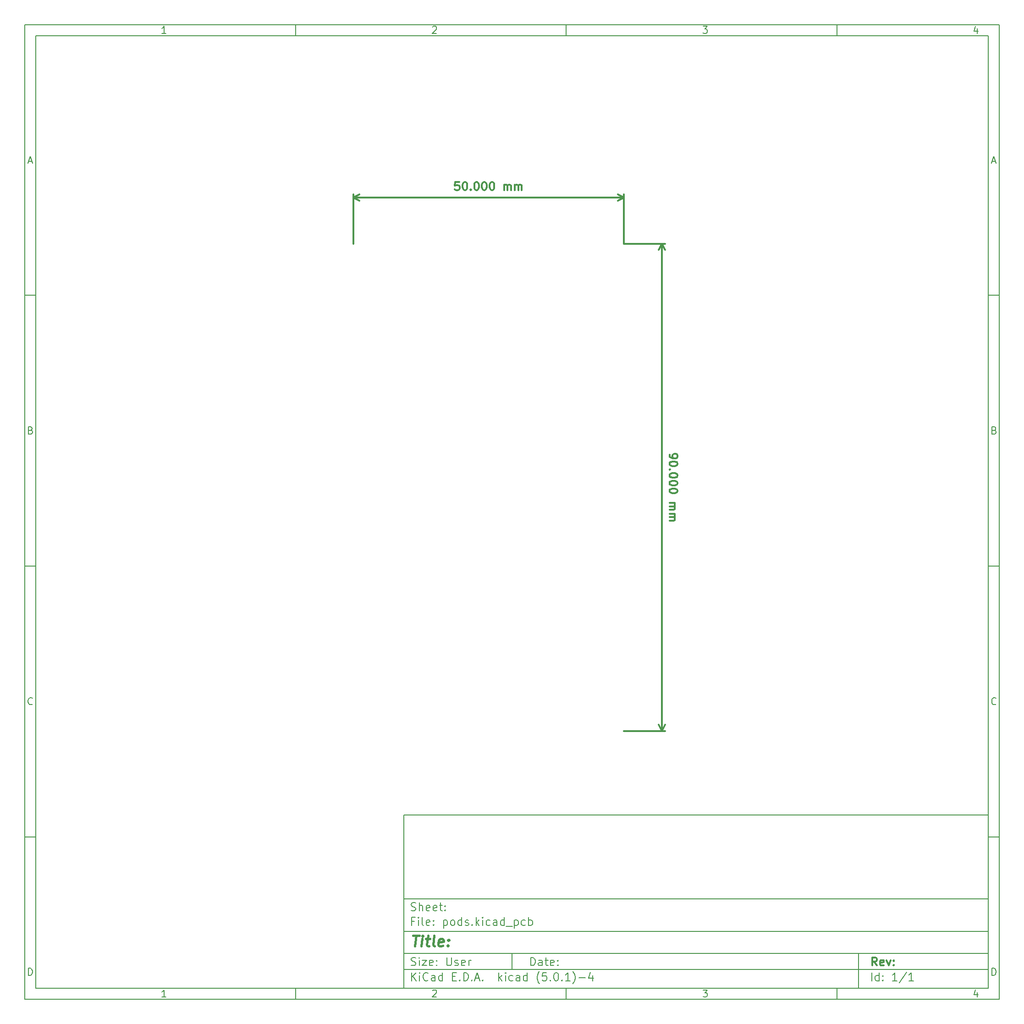
<source format=gbr>
G04 #@! TF.GenerationSoftware,KiCad,Pcbnew,(5.0.1)-4*
G04 #@! TF.CreationDate,2018-12-14T16:01:06+02:00*
G04 #@! TF.ProjectId,pods,706F64732E6B696361645F7063620000,rev?*
G04 #@! TF.SameCoordinates,Original*
G04 #@! TF.FileFunction,Other,ECO1*
%FSLAX46Y46*%
G04 Gerber Fmt 4.6, Leading zero omitted, Abs format (unit mm)*
G04 Created by KiCad (PCBNEW (5.0.1)-4) date 2018-12-14 16:01:06*
%MOMM*%
%LPD*%
G01*
G04 APERTURE LIST*
%ADD10C,0.100000*%
%ADD11C,0.150000*%
%ADD12C,0.300000*%
%ADD13C,0.400000*%
G04 APERTURE END LIST*
D10*
D11*
X79999600Y-155999600D02*
X79999600Y-187999600D01*
X187999600Y-187999600D01*
X187999600Y-155999600D01*
X79999600Y-155999600D01*
D10*
D11*
X10000000Y-10000000D02*
X10000000Y-189999600D01*
X189999600Y-189999600D01*
X189999600Y-10000000D01*
X10000000Y-10000000D01*
D10*
D11*
X12000000Y-12000000D02*
X12000000Y-187999600D01*
X187999600Y-187999600D01*
X187999600Y-12000000D01*
X12000000Y-12000000D01*
D10*
D11*
X60000000Y-12000000D02*
X60000000Y-10000000D01*
D10*
D11*
X110000000Y-12000000D02*
X110000000Y-10000000D01*
D10*
D11*
X160000000Y-12000000D02*
X160000000Y-10000000D01*
D10*
D11*
X36065476Y-11588095D02*
X35322619Y-11588095D01*
X35694047Y-11588095D02*
X35694047Y-10288095D01*
X35570238Y-10473809D01*
X35446428Y-10597619D01*
X35322619Y-10659523D01*
D10*
D11*
X85322619Y-10411904D02*
X85384523Y-10350000D01*
X85508333Y-10288095D01*
X85817857Y-10288095D01*
X85941666Y-10350000D01*
X86003571Y-10411904D01*
X86065476Y-10535714D01*
X86065476Y-10659523D01*
X86003571Y-10845238D01*
X85260714Y-11588095D01*
X86065476Y-11588095D01*
D10*
D11*
X135260714Y-10288095D02*
X136065476Y-10288095D01*
X135632142Y-10783333D01*
X135817857Y-10783333D01*
X135941666Y-10845238D01*
X136003571Y-10907142D01*
X136065476Y-11030952D01*
X136065476Y-11340476D01*
X136003571Y-11464285D01*
X135941666Y-11526190D01*
X135817857Y-11588095D01*
X135446428Y-11588095D01*
X135322619Y-11526190D01*
X135260714Y-11464285D01*
D10*
D11*
X185941666Y-10721428D02*
X185941666Y-11588095D01*
X185632142Y-10226190D02*
X185322619Y-11154761D01*
X186127380Y-11154761D01*
D10*
D11*
X60000000Y-187999600D02*
X60000000Y-189999600D01*
D10*
D11*
X110000000Y-187999600D02*
X110000000Y-189999600D01*
D10*
D11*
X160000000Y-187999600D02*
X160000000Y-189999600D01*
D10*
D11*
X36065476Y-189587695D02*
X35322619Y-189587695D01*
X35694047Y-189587695D02*
X35694047Y-188287695D01*
X35570238Y-188473409D01*
X35446428Y-188597219D01*
X35322619Y-188659123D01*
D10*
D11*
X85322619Y-188411504D02*
X85384523Y-188349600D01*
X85508333Y-188287695D01*
X85817857Y-188287695D01*
X85941666Y-188349600D01*
X86003571Y-188411504D01*
X86065476Y-188535314D01*
X86065476Y-188659123D01*
X86003571Y-188844838D01*
X85260714Y-189587695D01*
X86065476Y-189587695D01*
D10*
D11*
X135260714Y-188287695D02*
X136065476Y-188287695D01*
X135632142Y-188782933D01*
X135817857Y-188782933D01*
X135941666Y-188844838D01*
X136003571Y-188906742D01*
X136065476Y-189030552D01*
X136065476Y-189340076D01*
X136003571Y-189463885D01*
X135941666Y-189525790D01*
X135817857Y-189587695D01*
X135446428Y-189587695D01*
X135322619Y-189525790D01*
X135260714Y-189463885D01*
D10*
D11*
X185941666Y-188721028D02*
X185941666Y-189587695D01*
X185632142Y-188225790D02*
X185322619Y-189154361D01*
X186127380Y-189154361D01*
D10*
D11*
X10000000Y-60000000D02*
X12000000Y-60000000D01*
D10*
D11*
X10000000Y-110000000D02*
X12000000Y-110000000D01*
D10*
D11*
X10000000Y-160000000D02*
X12000000Y-160000000D01*
D10*
D11*
X10690476Y-35216666D02*
X11309523Y-35216666D01*
X10566666Y-35588095D02*
X11000000Y-34288095D01*
X11433333Y-35588095D01*
D10*
D11*
X11092857Y-84907142D02*
X11278571Y-84969047D01*
X11340476Y-85030952D01*
X11402380Y-85154761D01*
X11402380Y-85340476D01*
X11340476Y-85464285D01*
X11278571Y-85526190D01*
X11154761Y-85588095D01*
X10659523Y-85588095D01*
X10659523Y-84288095D01*
X11092857Y-84288095D01*
X11216666Y-84350000D01*
X11278571Y-84411904D01*
X11340476Y-84535714D01*
X11340476Y-84659523D01*
X11278571Y-84783333D01*
X11216666Y-84845238D01*
X11092857Y-84907142D01*
X10659523Y-84907142D01*
D10*
D11*
X11402380Y-135464285D02*
X11340476Y-135526190D01*
X11154761Y-135588095D01*
X11030952Y-135588095D01*
X10845238Y-135526190D01*
X10721428Y-135402380D01*
X10659523Y-135278571D01*
X10597619Y-135030952D01*
X10597619Y-134845238D01*
X10659523Y-134597619D01*
X10721428Y-134473809D01*
X10845238Y-134350000D01*
X11030952Y-134288095D01*
X11154761Y-134288095D01*
X11340476Y-134350000D01*
X11402380Y-134411904D01*
D10*
D11*
X10659523Y-185588095D02*
X10659523Y-184288095D01*
X10969047Y-184288095D01*
X11154761Y-184350000D01*
X11278571Y-184473809D01*
X11340476Y-184597619D01*
X11402380Y-184845238D01*
X11402380Y-185030952D01*
X11340476Y-185278571D01*
X11278571Y-185402380D01*
X11154761Y-185526190D01*
X10969047Y-185588095D01*
X10659523Y-185588095D01*
D10*
D11*
X189999600Y-60000000D02*
X187999600Y-60000000D01*
D10*
D11*
X189999600Y-110000000D02*
X187999600Y-110000000D01*
D10*
D11*
X189999600Y-160000000D02*
X187999600Y-160000000D01*
D10*
D11*
X188690076Y-35216666D02*
X189309123Y-35216666D01*
X188566266Y-35588095D02*
X188999600Y-34288095D01*
X189432933Y-35588095D01*
D10*
D11*
X189092457Y-84907142D02*
X189278171Y-84969047D01*
X189340076Y-85030952D01*
X189401980Y-85154761D01*
X189401980Y-85340476D01*
X189340076Y-85464285D01*
X189278171Y-85526190D01*
X189154361Y-85588095D01*
X188659123Y-85588095D01*
X188659123Y-84288095D01*
X189092457Y-84288095D01*
X189216266Y-84350000D01*
X189278171Y-84411904D01*
X189340076Y-84535714D01*
X189340076Y-84659523D01*
X189278171Y-84783333D01*
X189216266Y-84845238D01*
X189092457Y-84907142D01*
X188659123Y-84907142D01*
D10*
D11*
X189401980Y-135464285D02*
X189340076Y-135526190D01*
X189154361Y-135588095D01*
X189030552Y-135588095D01*
X188844838Y-135526190D01*
X188721028Y-135402380D01*
X188659123Y-135278571D01*
X188597219Y-135030952D01*
X188597219Y-134845238D01*
X188659123Y-134597619D01*
X188721028Y-134473809D01*
X188844838Y-134350000D01*
X189030552Y-134288095D01*
X189154361Y-134288095D01*
X189340076Y-134350000D01*
X189401980Y-134411904D01*
D10*
D11*
X188659123Y-185588095D02*
X188659123Y-184288095D01*
X188968647Y-184288095D01*
X189154361Y-184350000D01*
X189278171Y-184473809D01*
X189340076Y-184597619D01*
X189401980Y-184845238D01*
X189401980Y-185030952D01*
X189340076Y-185278571D01*
X189278171Y-185402380D01*
X189154361Y-185526190D01*
X188968647Y-185588095D01*
X188659123Y-185588095D01*
D10*
D11*
X103431742Y-183778171D02*
X103431742Y-182278171D01*
X103788885Y-182278171D01*
X104003171Y-182349600D01*
X104146028Y-182492457D01*
X104217457Y-182635314D01*
X104288885Y-182921028D01*
X104288885Y-183135314D01*
X104217457Y-183421028D01*
X104146028Y-183563885D01*
X104003171Y-183706742D01*
X103788885Y-183778171D01*
X103431742Y-183778171D01*
X105574600Y-183778171D02*
X105574600Y-182992457D01*
X105503171Y-182849600D01*
X105360314Y-182778171D01*
X105074600Y-182778171D01*
X104931742Y-182849600D01*
X105574600Y-183706742D02*
X105431742Y-183778171D01*
X105074600Y-183778171D01*
X104931742Y-183706742D01*
X104860314Y-183563885D01*
X104860314Y-183421028D01*
X104931742Y-183278171D01*
X105074600Y-183206742D01*
X105431742Y-183206742D01*
X105574600Y-183135314D01*
X106074600Y-182778171D02*
X106646028Y-182778171D01*
X106288885Y-182278171D02*
X106288885Y-183563885D01*
X106360314Y-183706742D01*
X106503171Y-183778171D01*
X106646028Y-183778171D01*
X107717457Y-183706742D02*
X107574600Y-183778171D01*
X107288885Y-183778171D01*
X107146028Y-183706742D01*
X107074600Y-183563885D01*
X107074600Y-182992457D01*
X107146028Y-182849600D01*
X107288885Y-182778171D01*
X107574600Y-182778171D01*
X107717457Y-182849600D01*
X107788885Y-182992457D01*
X107788885Y-183135314D01*
X107074600Y-183278171D01*
X108431742Y-183635314D02*
X108503171Y-183706742D01*
X108431742Y-183778171D01*
X108360314Y-183706742D01*
X108431742Y-183635314D01*
X108431742Y-183778171D01*
X108431742Y-182849600D02*
X108503171Y-182921028D01*
X108431742Y-182992457D01*
X108360314Y-182921028D01*
X108431742Y-182849600D01*
X108431742Y-182992457D01*
D10*
D11*
X79999600Y-184499600D02*
X187999600Y-184499600D01*
D10*
D11*
X81431742Y-186578171D02*
X81431742Y-185078171D01*
X82288885Y-186578171D02*
X81646028Y-185721028D01*
X82288885Y-185078171D02*
X81431742Y-185935314D01*
X82931742Y-186578171D02*
X82931742Y-185578171D01*
X82931742Y-185078171D02*
X82860314Y-185149600D01*
X82931742Y-185221028D01*
X83003171Y-185149600D01*
X82931742Y-185078171D01*
X82931742Y-185221028D01*
X84503171Y-186435314D02*
X84431742Y-186506742D01*
X84217457Y-186578171D01*
X84074600Y-186578171D01*
X83860314Y-186506742D01*
X83717457Y-186363885D01*
X83646028Y-186221028D01*
X83574600Y-185935314D01*
X83574600Y-185721028D01*
X83646028Y-185435314D01*
X83717457Y-185292457D01*
X83860314Y-185149600D01*
X84074600Y-185078171D01*
X84217457Y-185078171D01*
X84431742Y-185149600D01*
X84503171Y-185221028D01*
X85788885Y-186578171D02*
X85788885Y-185792457D01*
X85717457Y-185649600D01*
X85574600Y-185578171D01*
X85288885Y-185578171D01*
X85146028Y-185649600D01*
X85788885Y-186506742D02*
X85646028Y-186578171D01*
X85288885Y-186578171D01*
X85146028Y-186506742D01*
X85074600Y-186363885D01*
X85074600Y-186221028D01*
X85146028Y-186078171D01*
X85288885Y-186006742D01*
X85646028Y-186006742D01*
X85788885Y-185935314D01*
X87146028Y-186578171D02*
X87146028Y-185078171D01*
X87146028Y-186506742D02*
X87003171Y-186578171D01*
X86717457Y-186578171D01*
X86574600Y-186506742D01*
X86503171Y-186435314D01*
X86431742Y-186292457D01*
X86431742Y-185863885D01*
X86503171Y-185721028D01*
X86574600Y-185649600D01*
X86717457Y-185578171D01*
X87003171Y-185578171D01*
X87146028Y-185649600D01*
X89003171Y-185792457D02*
X89503171Y-185792457D01*
X89717457Y-186578171D02*
X89003171Y-186578171D01*
X89003171Y-185078171D01*
X89717457Y-185078171D01*
X90360314Y-186435314D02*
X90431742Y-186506742D01*
X90360314Y-186578171D01*
X90288885Y-186506742D01*
X90360314Y-186435314D01*
X90360314Y-186578171D01*
X91074600Y-186578171D02*
X91074600Y-185078171D01*
X91431742Y-185078171D01*
X91646028Y-185149600D01*
X91788885Y-185292457D01*
X91860314Y-185435314D01*
X91931742Y-185721028D01*
X91931742Y-185935314D01*
X91860314Y-186221028D01*
X91788885Y-186363885D01*
X91646028Y-186506742D01*
X91431742Y-186578171D01*
X91074600Y-186578171D01*
X92574600Y-186435314D02*
X92646028Y-186506742D01*
X92574600Y-186578171D01*
X92503171Y-186506742D01*
X92574600Y-186435314D01*
X92574600Y-186578171D01*
X93217457Y-186149600D02*
X93931742Y-186149600D01*
X93074600Y-186578171D02*
X93574600Y-185078171D01*
X94074600Y-186578171D01*
X94574600Y-186435314D02*
X94646028Y-186506742D01*
X94574600Y-186578171D01*
X94503171Y-186506742D01*
X94574600Y-186435314D01*
X94574600Y-186578171D01*
X97574600Y-186578171D02*
X97574600Y-185078171D01*
X97717457Y-186006742D02*
X98146028Y-186578171D01*
X98146028Y-185578171D02*
X97574600Y-186149600D01*
X98788885Y-186578171D02*
X98788885Y-185578171D01*
X98788885Y-185078171D02*
X98717457Y-185149600D01*
X98788885Y-185221028D01*
X98860314Y-185149600D01*
X98788885Y-185078171D01*
X98788885Y-185221028D01*
X100146028Y-186506742D02*
X100003171Y-186578171D01*
X99717457Y-186578171D01*
X99574600Y-186506742D01*
X99503171Y-186435314D01*
X99431742Y-186292457D01*
X99431742Y-185863885D01*
X99503171Y-185721028D01*
X99574600Y-185649600D01*
X99717457Y-185578171D01*
X100003171Y-185578171D01*
X100146028Y-185649600D01*
X101431742Y-186578171D02*
X101431742Y-185792457D01*
X101360314Y-185649600D01*
X101217457Y-185578171D01*
X100931742Y-185578171D01*
X100788885Y-185649600D01*
X101431742Y-186506742D02*
X101288885Y-186578171D01*
X100931742Y-186578171D01*
X100788885Y-186506742D01*
X100717457Y-186363885D01*
X100717457Y-186221028D01*
X100788885Y-186078171D01*
X100931742Y-186006742D01*
X101288885Y-186006742D01*
X101431742Y-185935314D01*
X102788885Y-186578171D02*
X102788885Y-185078171D01*
X102788885Y-186506742D02*
X102646028Y-186578171D01*
X102360314Y-186578171D01*
X102217457Y-186506742D01*
X102146028Y-186435314D01*
X102074600Y-186292457D01*
X102074600Y-185863885D01*
X102146028Y-185721028D01*
X102217457Y-185649600D01*
X102360314Y-185578171D01*
X102646028Y-185578171D01*
X102788885Y-185649600D01*
X105074600Y-187149600D02*
X105003171Y-187078171D01*
X104860314Y-186863885D01*
X104788885Y-186721028D01*
X104717457Y-186506742D01*
X104646028Y-186149600D01*
X104646028Y-185863885D01*
X104717457Y-185506742D01*
X104788885Y-185292457D01*
X104860314Y-185149600D01*
X105003171Y-184935314D01*
X105074600Y-184863885D01*
X106360314Y-185078171D02*
X105646028Y-185078171D01*
X105574600Y-185792457D01*
X105646028Y-185721028D01*
X105788885Y-185649600D01*
X106146028Y-185649600D01*
X106288885Y-185721028D01*
X106360314Y-185792457D01*
X106431742Y-185935314D01*
X106431742Y-186292457D01*
X106360314Y-186435314D01*
X106288885Y-186506742D01*
X106146028Y-186578171D01*
X105788885Y-186578171D01*
X105646028Y-186506742D01*
X105574600Y-186435314D01*
X107074600Y-186435314D02*
X107146028Y-186506742D01*
X107074600Y-186578171D01*
X107003171Y-186506742D01*
X107074600Y-186435314D01*
X107074600Y-186578171D01*
X108074600Y-185078171D02*
X108217457Y-185078171D01*
X108360314Y-185149600D01*
X108431742Y-185221028D01*
X108503171Y-185363885D01*
X108574600Y-185649600D01*
X108574600Y-186006742D01*
X108503171Y-186292457D01*
X108431742Y-186435314D01*
X108360314Y-186506742D01*
X108217457Y-186578171D01*
X108074600Y-186578171D01*
X107931742Y-186506742D01*
X107860314Y-186435314D01*
X107788885Y-186292457D01*
X107717457Y-186006742D01*
X107717457Y-185649600D01*
X107788885Y-185363885D01*
X107860314Y-185221028D01*
X107931742Y-185149600D01*
X108074600Y-185078171D01*
X109217457Y-186435314D02*
X109288885Y-186506742D01*
X109217457Y-186578171D01*
X109146028Y-186506742D01*
X109217457Y-186435314D01*
X109217457Y-186578171D01*
X110717457Y-186578171D02*
X109860314Y-186578171D01*
X110288885Y-186578171D02*
X110288885Y-185078171D01*
X110146028Y-185292457D01*
X110003171Y-185435314D01*
X109860314Y-185506742D01*
X111217457Y-187149600D02*
X111288885Y-187078171D01*
X111431742Y-186863885D01*
X111503171Y-186721028D01*
X111574600Y-186506742D01*
X111646028Y-186149600D01*
X111646028Y-185863885D01*
X111574600Y-185506742D01*
X111503171Y-185292457D01*
X111431742Y-185149600D01*
X111288885Y-184935314D01*
X111217457Y-184863885D01*
X112360314Y-186006742D02*
X113503171Y-186006742D01*
X114860314Y-185578171D02*
X114860314Y-186578171D01*
X114503171Y-185006742D02*
X114146028Y-186078171D01*
X115074600Y-186078171D01*
D10*
D11*
X79999600Y-181499600D02*
X187999600Y-181499600D01*
D10*
D12*
X167408885Y-183778171D02*
X166908885Y-183063885D01*
X166551742Y-183778171D02*
X166551742Y-182278171D01*
X167123171Y-182278171D01*
X167266028Y-182349600D01*
X167337457Y-182421028D01*
X167408885Y-182563885D01*
X167408885Y-182778171D01*
X167337457Y-182921028D01*
X167266028Y-182992457D01*
X167123171Y-183063885D01*
X166551742Y-183063885D01*
X168623171Y-183706742D02*
X168480314Y-183778171D01*
X168194600Y-183778171D01*
X168051742Y-183706742D01*
X167980314Y-183563885D01*
X167980314Y-182992457D01*
X168051742Y-182849600D01*
X168194600Y-182778171D01*
X168480314Y-182778171D01*
X168623171Y-182849600D01*
X168694600Y-182992457D01*
X168694600Y-183135314D01*
X167980314Y-183278171D01*
X169194600Y-182778171D02*
X169551742Y-183778171D01*
X169908885Y-182778171D01*
X170480314Y-183635314D02*
X170551742Y-183706742D01*
X170480314Y-183778171D01*
X170408885Y-183706742D01*
X170480314Y-183635314D01*
X170480314Y-183778171D01*
X170480314Y-182849600D02*
X170551742Y-182921028D01*
X170480314Y-182992457D01*
X170408885Y-182921028D01*
X170480314Y-182849600D01*
X170480314Y-182992457D01*
D10*
D11*
X81360314Y-183706742D02*
X81574600Y-183778171D01*
X81931742Y-183778171D01*
X82074600Y-183706742D01*
X82146028Y-183635314D01*
X82217457Y-183492457D01*
X82217457Y-183349600D01*
X82146028Y-183206742D01*
X82074600Y-183135314D01*
X81931742Y-183063885D01*
X81646028Y-182992457D01*
X81503171Y-182921028D01*
X81431742Y-182849600D01*
X81360314Y-182706742D01*
X81360314Y-182563885D01*
X81431742Y-182421028D01*
X81503171Y-182349600D01*
X81646028Y-182278171D01*
X82003171Y-182278171D01*
X82217457Y-182349600D01*
X82860314Y-183778171D02*
X82860314Y-182778171D01*
X82860314Y-182278171D02*
X82788885Y-182349600D01*
X82860314Y-182421028D01*
X82931742Y-182349600D01*
X82860314Y-182278171D01*
X82860314Y-182421028D01*
X83431742Y-182778171D02*
X84217457Y-182778171D01*
X83431742Y-183778171D01*
X84217457Y-183778171D01*
X85360314Y-183706742D02*
X85217457Y-183778171D01*
X84931742Y-183778171D01*
X84788885Y-183706742D01*
X84717457Y-183563885D01*
X84717457Y-182992457D01*
X84788885Y-182849600D01*
X84931742Y-182778171D01*
X85217457Y-182778171D01*
X85360314Y-182849600D01*
X85431742Y-182992457D01*
X85431742Y-183135314D01*
X84717457Y-183278171D01*
X86074600Y-183635314D02*
X86146028Y-183706742D01*
X86074600Y-183778171D01*
X86003171Y-183706742D01*
X86074600Y-183635314D01*
X86074600Y-183778171D01*
X86074600Y-182849600D02*
X86146028Y-182921028D01*
X86074600Y-182992457D01*
X86003171Y-182921028D01*
X86074600Y-182849600D01*
X86074600Y-182992457D01*
X87931742Y-182278171D02*
X87931742Y-183492457D01*
X88003171Y-183635314D01*
X88074600Y-183706742D01*
X88217457Y-183778171D01*
X88503171Y-183778171D01*
X88646028Y-183706742D01*
X88717457Y-183635314D01*
X88788885Y-183492457D01*
X88788885Y-182278171D01*
X89431742Y-183706742D02*
X89574600Y-183778171D01*
X89860314Y-183778171D01*
X90003171Y-183706742D01*
X90074600Y-183563885D01*
X90074600Y-183492457D01*
X90003171Y-183349600D01*
X89860314Y-183278171D01*
X89646028Y-183278171D01*
X89503171Y-183206742D01*
X89431742Y-183063885D01*
X89431742Y-182992457D01*
X89503171Y-182849600D01*
X89646028Y-182778171D01*
X89860314Y-182778171D01*
X90003171Y-182849600D01*
X91288885Y-183706742D02*
X91146028Y-183778171D01*
X90860314Y-183778171D01*
X90717457Y-183706742D01*
X90646028Y-183563885D01*
X90646028Y-182992457D01*
X90717457Y-182849600D01*
X90860314Y-182778171D01*
X91146028Y-182778171D01*
X91288885Y-182849600D01*
X91360314Y-182992457D01*
X91360314Y-183135314D01*
X90646028Y-183278171D01*
X92003171Y-183778171D02*
X92003171Y-182778171D01*
X92003171Y-183063885D02*
X92074600Y-182921028D01*
X92146028Y-182849600D01*
X92288885Y-182778171D01*
X92431742Y-182778171D01*
D10*
D11*
X166431742Y-186578171D02*
X166431742Y-185078171D01*
X167788885Y-186578171D02*
X167788885Y-185078171D01*
X167788885Y-186506742D02*
X167646028Y-186578171D01*
X167360314Y-186578171D01*
X167217457Y-186506742D01*
X167146028Y-186435314D01*
X167074600Y-186292457D01*
X167074600Y-185863885D01*
X167146028Y-185721028D01*
X167217457Y-185649600D01*
X167360314Y-185578171D01*
X167646028Y-185578171D01*
X167788885Y-185649600D01*
X168503171Y-186435314D02*
X168574600Y-186506742D01*
X168503171Y-186578171D01*
X168431742Y-186506742D01*
X168503171Y-186435314D01*
X168503171Y-186578171D01*
X168503171Y-185649600D02*
X168574600Y-185721028D01*
X168503171Y-185792457D01*
X168431742Y-185721028D01*
X168503171Y-185649600D01*
X168503171Y-185792457D01*
X171146028Y-186578171D02*
X170288885Y-186578171D01*
X170717457Y-186578171D02*
X170717457Y-185078171D01*
X170574600Y-185292457D01*
X170431742Y-185435314D01*
X170288885Y-185506742D01*
X172860314Y-185006742D02*
X171574600Y-186935314D01*
X174146028Y-186578171D02*
X173288885Y-186578171D01*
X173717457Y-186578171D02*
X173717457Y-185078171D01*
X173574600Y-185292457D01*
X173431742Y-185435314D01*
X173288885Y-185506742D01*
D10*
D11*
X79999600Y-177499600D02*
X187999600Y-177499600D01*
D10*
D13*
X81711980Y-178204361D02*
X82854838Y-178204361D01*
X82033409Y-180204361D02*
X82283409Y-178204361D01*
X83271504Y-180204361D02*
X83438171Y-178871028D01*
X83521504Y-178204361D02*
X83414361Y-178299600D01*
X83497695Y-178394838D01*
X83604838Y-178299600D01*
X83521504Y-178204361D01*
X83497695Y-178394838D01*
X84104838Y-178871028D02*
X84866742Y-178871028D01*
X84473885Y-178204361D02*
X84259600Y-179918647D01*
X84331028Y-180109123D01*
X84509600Y-180204361D01*
X84700076Y-180204361D01*
X85652457Y-180204361D02*
X85473885Y-180109123D01*
X85402457Y-179918647D01*
X85616742Y-178204361D01*
X87188171Y-180109123D02*
X86985790Y-180204361D01*
X86604838Y-180204361D01*
X86426266Y-180109123D01*
X86354838Y-179918647D01*
X86450076Y-179156742D01*
X86569123Y-178966266D01*
X86771504Y-178871028D01*
X87152457Y-178871028D01*
X87331028Y-178966266D01*
X87402457Y-179156742D01*
X87378647Y-179347219D01*
X86402457Y-179537695D01*
X88152457Y-180013885D02*
X88235790Y-180109123D01*
X88128647Y-180204361D01*
X88045314Y-180109123D01*
X88152457Y-180013885D01*
X88128647Y-180204361D01*
X88283409Y-178966266D02*
X88366742Y-179061504D01*
X88259600Y-179156742D01*
X88176266Y-179061504D01*
X88283409Y-178966266D01*
X88259600Y-179156742D01*
D10*
D11*
X81931742Y-175592457D02*
X81431742Y-175592457D01*
X81431742Y-176378171D02*
X81431742Y-174878171D01*
X82146028Y-174878171D01*
X82717457Y-176378171D02*
X82717457Y-175378171D01*
X82717457Y-174878171D02*
X82646028Y-174949600D01*
X82717457Y-175021028D01*
X82788885Y-174949600D01*
X82717457Y-174878171D01*
X82717457Y-175021028D01*
X83646028Y-176378171D02*
X83503171Y-176306742D01*
X83431742Y-176163885D01*
X83431742Y-174878171D01*
X84788885Y-176306742D02*
X84646028Y-176378171D01*
X84360314Y-176378171D01*
X84217457Y-176306742D01*
X84146028Y-176163885D01*
X84146028Y-175592457D01*
X84217457Y-175449600D01*
X84360314Y-175378171D01*
X84646028Y-175378171D01*
X84788885Y-175449600D01*
X84860314Y-175592457D01*
X84860314Y-175735314D01*
X84146028Y-175878171D01*
X85503171Y-176235314D02*
X85574600Y-176306742D01*
X85503171Y-176378171D01*
X85431742Y-176306742D01*
X85503171Y-176235314D01*
X85503171Y-176378171D01*
X85503171Y-175449600D02*
X85574600Y-175521028D01*
X85503171Y-175592457D01*
X85431742Y-175521028D01*
X85503171Y-175449600D01*
X85503171Y-175592457D01*
X87360314Y-175378171D02*
X87360314Y-176878171D01*
X87360314Y-175449600D02*
X87503171Y-175378171D01*
X87788885Y-175378171D01*
X87931742Y-175449600D01*
X88003171Y-175521028D01*
X88074600Y-175663885D01*
X88074600Y-176092457D01*
X88003171Y-176235314D01*
X87931742Y-176306742D01*
X87788885Y-176378171D01*
X87503171Y-176378171D01*
X87360314Y-176306742D01*
X88931742Y-176378171D02*
X88788885Y-176306742D01*
X88717457Y-176235314D01*
X88646028Y-176092457D01*
X88646028Y-175663885D01*
X88717457Y-175521028D01*
X88788885Y-175449600D01*
X88931742Y-175378171D01*
X89146028Y-175378171D01*
X89288885Y-175449600D01*
X89360314Y-175521028D01*
X89431742Y-175663885D01*
X89431742Y-176092457D01*
X89360314Y-176235314D01*
X89288885Y-176306742D01*
X89146028Y-176378171D01*
X88931742Y-176378171D01*
X90717457Y-176378171D02*
X90717457Y-174878171D01*
X90717457Y-176306742D02*
X90574600Y-176378171D01*
X90288885Y-176378171D01*
X90146028Y-176306742D01*
X90074600Y-176235314D01*
X90003171Y-176092457D01*
X90003171Y-175663885D01*
X90074600Y-175521028D01*
X90146028Y-175449600D01*
X90288885Y-175378171D01*
X90574600Y-175378171D01*
X90717457Y-175449600D01*
X91360314Y-176306742D02*
X91503171Y-176378171D01*
X91788885Y-176378171D01*
X91931742Y-176306742D01*
X92003171Y-176163885D01*
X92003171Y-176092457D01*
X91931742Y-175949600D01*
X91788885Y-175878171D01*
X91574600Y-175878171D01*
X91431742Y-175806742D01*
X91360314Y-175663885D01*
X91360314Y-175592457D01*
X91431742Y-175449600D01*
X91574600Y-175378171D01*
X91788885Y-175378171D01*
X91931742Y-175449600D01*
X92646028Y-176235314D02*
X92717457Y-176306742D01*
X92646028Y-176378171D01*
X92574600Y-176306742D01*
X92646028Y-176235314D01*
X92646028Y-176378171D01*
X93360314Y-176378171D02*
X93360314Y-174878171D01*
X93503171Y-175806742D02*
X93931742Y-176378171D01*
X93931742Y-175378171D02*
X93360314Y-175949600D01*
X94574600Y-176378171D02*
X94574600Y-175378171D01*
X94574600Y-174878171D02*
X94503171Y-174949600D01*
X94574600Y-175021028D01*
X94646028Y-174949600D01*
X94574600Y-174878171D01*
X94574600Y-175021028D01*
X95931742Y-176306742D02*
X95788885Y-176378171D01*
X95503171Y-176378171D01*
X95360314Y-176306742D01*
X95288885Y-176235314D01*
X95217457Y-176092457D01*
X95217457Y-175663885D01*
X95288885Y-175521028D01*
X95360314Y-175449600D01*
X95503171Y-175378171D01*
X95788885Y-175378171D01*
X95931742Y-175449600D01*
X97217457Y-176378171D02*
X97217457Y-175592457D01*
X97146028Y-175449600D01*
X97003171Y-175378171D01*
X96717457Y-175378171D01*
X96574600Y-175449600D01*
X97217457Y-176306742D02*
X97074600Y-176378171D01*
X96717457Y-176378171D01*
X96574600Y-176306742D01*
X96503171Y-176163885D01*
X96503171Y-176021028D01*
X96574600Y-175878171D01*
X96717457Y-175806742D01*
X97074600Y-175806742D01*
X97217457Y-175735314D01*
X98574600Y-176378171D02*
X98574600Y-174878171D01*
X98574600Y-176306742D02*
X98431742Y-176378171D01*
X98146028Y-176378171D01*
X98003171Y-176306742D01*
X97931742Y-176235314D01*
X97860314Y-176092457D01*
X97860314Y-175663885D01*
X97931742Y-175521028D01*
X98003171Y-175449600D01*
X98146028Y-175378171D01*
X98431742Y-175378171D01*
X98574600Y-175449600D01*
X98931742Y-176521028D02*
X100074600Y-176521028D01*
X100431742Y-175378171D02*
X100431742Y-176878171D01*
X100431742Y-175449600D02*
X100574600Y-175378171D01*
X100860314Y-175378171D01*
X101003171Y-175449600D01*
X101074600Y-175521028D01*
X101146028Y-175663885D01*
X101146028Y-176092457D01*
X101074600Y-176235314D01*
X101003171Y-176306742D01*
X100860314Y-176378171D01*
X100574600Y-176378171D01*
X100431742Y-176306742D01*
X102431742Y-176306742D02*
X102288885Y-176378171D01*
X102003171Y-176378171D01*
X101860314Y-176306742D01*
X101788885Y-176235314D01*
X101717457Y-176092457D01*
X101717457Y-175663885D01*
X101788885Y-175521028D01*
X101860314Y-175449600D01*
X102003171Y-175378171D01*
X102288885Y-175378171D01*
X102431742Y-175449600D01*
X103074600Y-176378171D02*
X103074600Y-174878171D01*
X103074600Y-175449600D02*
X103217457Y-175378171D01*
X103503171Y-175378171D01*
X103646028Y-175449600D01*
X103717457Y-175521028D01*
X103788885Y-175663885D01*
X103788885Y-176092457D01*
X103717457Y-176235314D01*
X103646028Y-176306742D01*
X103503171Y-176378171D01*
X103217457Y-176378171D01*
X103074600Y-176306742D01*
D10*
D11*
X79999600Y-171499600D02*
X187999600Y-171499600D01*
D10*
D11*
X81360314Y-173606742D02*
X81574600Y-173678171D01*
X81931742Y-173678171D01*
X82074600Y-173606742D01*
X82146028Y-173535314D01*
X82217457Y-173392457D01*
X82217457Y-173249600D01*
X82146028Y-173106742D01*
X82074600Y-173035314D01*
X81931742Y-172963885D01*
X81646028Y-172892457D01*
X81503171Y-172821028D01*
X81431742Y-172749600D01*
X81360314Y-172606742D01*
X81360314Y-172463885D01*
X81431742Y-172321028D01*
X81503171Y-172249600D01*
X81646028Y-172178171D01*
X82003171Y-172178171D01*
X82217457Y-172249600D01*
X82860314Y-173678171D02*
X82860314Y-172178171D01*
X83503171Y-173678171D02*
X83503171Y-172892457D01*
X83431742Y-172749600D01*
X83288885Y-172678171D01*
X83074600Y-172678171D01*
X82931742Y-172749600D01*
X82860314Y-172821028D01*
X84788885Y-173606742D02*
X84646028Y-173678171D01*
X84360314Y-173678171D01*
X84217457Y-173606742D01*
X84146028Y-173463885D01*
X84146028Y-172892457D01*
X84217457Y-172749600D01*
X84360314Y-172678171D01*
X84646028Y-172678171D01*
X84788885Y-172749600D01*
X84860314Y-172892457D01*
X84860314Y-173035314D01*
X84146028Y-173178171D01*
X86074600Y-173606742D02*
X85931742Y-173678171D01*
X85646028Y-173678171D01*
X85503171Y-173606742D01*
X85431742Y-173463885D01*
X85431742Y-172892457D01*
X85503171Y-172749600D01*
X85646028Y-172678171D01*
X85931742Y-172678171D01*
X86074600Y-172749600D01*
X86146028Y-172892457D01*
X86146028Y-173035314D01*
X85431742Y-173178171D01*
X86574600Y-172678171D02*
X87146028Y-172678171D01*
X86788885Y-172178171D02*
X86788885Y-173463885D01*
X86860314Y-173606742D01*
X87003171Y-173678171D01*
X87146028Y-173678171D01*
X87646028Y-173535314D02*
X87717457Y-173606742D01*
X87646028Y-173678171D01*
X87574600Y-173606742D01*
X87646028Y-173535314D01*
X87646028Y-173678171D01*
X87646028Y-172749600D02*
X87717457Y-172821028D01*
X87646028Y-172892457D01*
X87574600Y-172821028D01*
X87646028Y-172749600D01*
X87646028Y-172892457D01*
D10*
D11*
X99999600Y-181499600D02*
X99999600Y-184499600D01*
D10*
D11*
X163999600Y-181499600D02*
X163999600Y-187999600D01*
D12*
X129081428Y-89388571D02*
X129081428Y-89674285D01*
X129152857Y-89817142D01*
X129224285Y-89888571D01*
X129438571Y-90031428D01*
X129724285Y-90102857D01*
X130295714Y-90102857D01*
X130438571Y-90031428D01*
X130510000Y-89960000D01*
X130581428Y-89817142D01*
X130581428Y-89531428D01*
X130510000Y-89388571D01*
X130438571Y-89317142D01*
X130295714Y-89245714D01*
X129938571Y-89245714D01*
X129795714Y-89317142D01*
X129724285Y-89388571D01*
X129652857Y-89531428D01*
X129652857Y-89817142D01*
X129724285Y-89960000D01*
X129795714Y-90031428D01*
X129938571Y-90102857D01*
X130581428Y-91031428D02*
X130581428Y-91174285D01*
X130510000Y-91317142D01*
X130438571Y-91388571D01*
X130295714Y-91460000D01*
X130010000Y-91531428D01*
X129652857Y-91531428D01*
X129367142Y-91460000D01*
X129224285Y-91388571D01*
X129152857Y-91317142D01*
X129081428Y-91174285D01*
X129081428Y-91031428D01*
X129152857Y-90888571D01*
X129224285Y-90817142D01*
X129367142Y-90745714D01*
X129652857Y-90674285D01*
X130010000Y-90674285D01*
X130295714Y-90745714D01*
X130438571Y-90817142D01*
X130510000Y-90888571D01*
X130581428Y-91031428D01*
X129224285Y-92174285D02*
X129152857Y-92245714D01*
X129081428Y-92174285D01*
X129152857Y-92102857D01*
X129224285Y-92174285D01*
X129081428Y-92174285D01*
X130581428Y-93174285D02*
X130581428Y-93317142D01*
X130510000Y-93460000D01*
X130438571Y-93531428D01*
X130295714Y-93602857D01*
X130010000Y-93674285D01*
X129652857Y-93674285D01*
X129367142Y-93602857D01*
X129224285Y-93531428D01*
X129152857Y-93460000D01*
X129081428Y-93317142D01*
X129081428Y-93174285D01*
X129152857Y-93031428D01*
X129224285Y-92960000D01*
X129367142Y-92888571D01*
X129652857Y-92817142D01*
X130010000Y-92817142D01*
X130295714Y-92888571D01*
X130438571Y-92960000D01*
X130510000Y-93031428D01*
X130581428Y-93174285D01*
X130581428Y-94602857D02*
X130581428Y-94745714D01*
X130510000Y-94888571D01*
X130438571Y-94960000D01*
X130295714Y-95031428D01*
X130010000Y-95102857D01*
X129652857Y-95102857D01*
X129367142Y-95031428D01*
X129224285Y-94960000D01*
X129152857Y-94888571D01*
X129081428Y-94745714D01*
X129081428Y-94602857D01*
X129152857Y-94460000D01*
X129224285Y-94388571D01*
X129367142Y-94317142D01*
X129652857Y-94245714D01*
X130010000Y-94245714D01*
X130295714Y-94317142D01*
X130438571Y-94388571D01*
X130510000Y-94460000D01*
X130581428Y-94602857D01*
X130581428Y-96031428D02*
X130581428Y-96174285D01*
X130510000Y-96317142D01*
X130438571Y-96388571D01*
X130295714Y-96460000D01*
X130010000Y-96531428D01*
X129652857Y-96531428D01*
X129367142Y-96460000D01*
X129224285Y-96388571D01*
X129152857Y-96317142D01*
X129081428Y-96174285D01*
X129081428Y-96031428D01*
X129152857Y-95888571D01*
X129224285Y-95817142D01*
X129367142Y-95745714D01*
X129652857Y-95674285D01*
X130010000Y-95674285D01*
X130295714Y-95745714D01*
X130438571Y-95817142D01*
X130510000Y-95888571D01*
X130581428Y-96031428D01*
X129081428Y-98317142D02*
X130081428Y-98317142D01*
X129938571Y-98317142D02*
X130010000Y-98388571D01*
X130081428Y-98531428D01*
X130081428Y-98745714D01*
X130010000Y-98888571D01*
X129867142Y-98960000D01*
X129081428Y-98960000D01*
X129867142Y-98960000D02*
X130010000Y-99031428D01*
X130081428Y-99174285D01*
X130081428Y-99388571D01*
X130010000Y-99531428D01*
X129867142Y-99602857D01*
X129081428Y-99602857D01*
X129081428Y-100317142D02*
X130081428Y-100317142D01*
X129938571Y-100317142D02*
X130010000Y-100388571D01*
X130081428Y-100531428D01*
X130081428Y-100745714D01*
X130010000Y-100888571D01*
X129867142Y-100960000D01*
X129081428Y-100960000D01*
X129867142Y-100960000D02*
X130010000Y-101031428D01*
X130081428Y-101174285D01*
X130081428Y-101388571D01*
X130010000Y-101531428D01*
X129867142Y-101602857D01*
X129081428Y-101602857D01*
X127660000Y-50460000D02*
X127660000Y-140460000D01*
X120660000Y-50460000D02*
X128246421Y-50460000D01*
X120660000Y-140460000D02*
X128246421Y-140460000D01*
X127660000Y-140460000D02*
X127073579Y-139333496D01*
X127660000Y-140460000D02*
X128246421Y-139333496D01*
X127660000Y-50460000D02*
X127073579Y-51586504D01*
X127660000Y-50460000D02*
X128246421Y-51586504D01*
X90231428Y-39038571D02*
X89517142Y-39038571D01*
X89445714Y-39752857D01*
X89517142Y-39681428D01*
X89660000Y-39610000D01*
X90017142Y-39610000D01*
X90160000Y-39681428D01*
X90231428Y-39752857D01*
X90302857Y-39895714D01*
X90302857Y-40252857D01*
X90231428Y-40395714D01*
X90160000Y-40467142D01*
X90017142Y-40538571D01*
X89660000Y-40538571D01*
X89517142Y-40467142D01*
X89445714Y-40395714D01*
X91231428Y-39038571D02*
X91374285Y-39038571D01*
X91517142Y-39110000D01*
X91588571Y-39181428D01*
X91660000Y-39324285D01*
X91731428Y-39610000D01*
X91731428Y-39967142D01*
X91660000Y-40252857D01*
X91588571Y-40395714D01*
X91517142Y-40467142D01*
X91374285Y-40538571D01*
X91231428Y-40538571D01*
X91088571Y-40467142D01*
X91017142Y-40395714D01*
X90945714Y-40252857D01*
X90874285Y-39967142D01*
X90874285Y-39610000D01*
X90945714Y-39324285D01*
X91017142Y-39181428D01*
X91088571Y-39110000D01*
X91231428Y-39038571D01*
X92374285Y-40395714D02*
X92445714Y-40467142D01*
X92374285Y-40538571D01*
X92302857Y-40467142D01*
X92374285Y-40395714D01*
X92374285Y-40538571D01*
X93374285Y-39038571D02*
X93517142Y-39038571D01*
X93660000Y-39110000D01*
X93731428Y-39181428D01*
X93802857Y-39324285D01*
X93874285Y-39610000D01*
X93874285Y-39967142D01*
X93802857Y-40252857D01*
X93731428Y-40395714D01*
X93660000Y-40467142D01*
X93517142Y-40538571D01*
X93374285Y-40538571D01*
X93231428Y-40467142D01*
X93160000Y-40395714D01*
X93088571Y-40252857D01*
X93017142Y-39967142D01*
X93017142Y-39610000D01*
X93088571Y-39324285D01*
X93160000Y-39181428D01*
X93231428Y-39110000D01*
X93374285Y-39038571D01*
X94802857Y-39038571D02*
X94945714Y-39038571D01*
X95088571Y-39110000D01*
X95160000Y-39181428D01*
X95231428Y-39324285D01*
X95302857Y-39610000D01*
X95302857Y-39967142D01*
X95231428Y-40252857D01*
X95160000Y-40395714D01*
X95088571Y-40467142D01*
X94945714Y-40538571D01*
X94802857Y-40538571D01*
X94660000Y-40467142D01*
X94588571Y-40395714D01*
X94517142Y-40252857D01*
X94445714Y-39967142D01*
X94445714Y-39610000D01*
X94517142Y-39324285D01*
X94588571Y-39181428D01*
X94660000Y-39110000D01*
X94802857Y-39038571D01*
X96231428Y-39038571D02*
X96374285Y-39038571D01*
X96517142Y-39110000D01*
X96588571Y-39181428D01*
X96660000Y-39324285D01*
X96731428Y-39610000D01*
X96731428Y-39967142D01*
X96660000Y-40252857D01*
X96588571Y-40395714D01*
X96517142Y-40467142D01*
X96374285Y-40538571D01*
X96231428Y-40538571D01*
X96088571Y-40467142D01*
X96017142Y-40395714D01*
X95945714Y-40252857D01*
X95874285Y-39967142D01*
X95874285Y-39610000D01*
X95945714Y-39324285D01*
X96017142Y-39181428D01*
X96088571Y-39110000D01*
X96231428Y-39038571D01*
X98517142Y-40538571D02*
X98517142Y-39538571D01*
X98517142Y-39681428D02*
X98588571Y-39610000D01*
X98731428Y-39538571D01*
X98945714Y-39538571D01*
X99088571Y-39610000D01*
X99160000Y-39752857D01*
X99160000Y-40538571D01*
X99160000Y-39752857D02*
X99231428Y-39610000D01*
X99374285Y-39538571D01*
X99588571Y-39538571D01*
X99731428Y-39610000D01*
X99802857Y-39752857D01*
X99802857Y-40538571D01*
X100517142Y-40538571D02*
X100517142Y-39538571D01*
X100517142Y-39681428D02*
X100588571Y-39610000D01*
X100731428Y-39538571D01*
X100945714Y-39538571D01*
X101088571Y-39610000D01*
X101160000Y-39752857D01*
X101160000Y-40538571D01*
X101160000Y-39752857D02*
X101231428Y-39610000D01*
X101374285Y-39538571D01*
X101588571Y-39538571D01*
X101731428Y-39610000D01*
X101802857Y-39752857D01*
X101802857Y-40538571D01*
X70660000Y-41960000D02*
X120660000Y-41960000D01*
X70660000Y-50460000D02*
X70660000Y-41373579D01*
X120660000Y-50460000D02*
X120660000Y-41373579D01*
X120660000Y-41960000D02*
X119533496Y-42546421D01*
X120660000Y-41960000D02*
X119533496Y-41373579D01*
X70660000Y-41960000D02*
X71786504Y-42546421D01*
X70660000Y-41960000D02*
X71786504Y-41373579D01*
M02*

</source>
